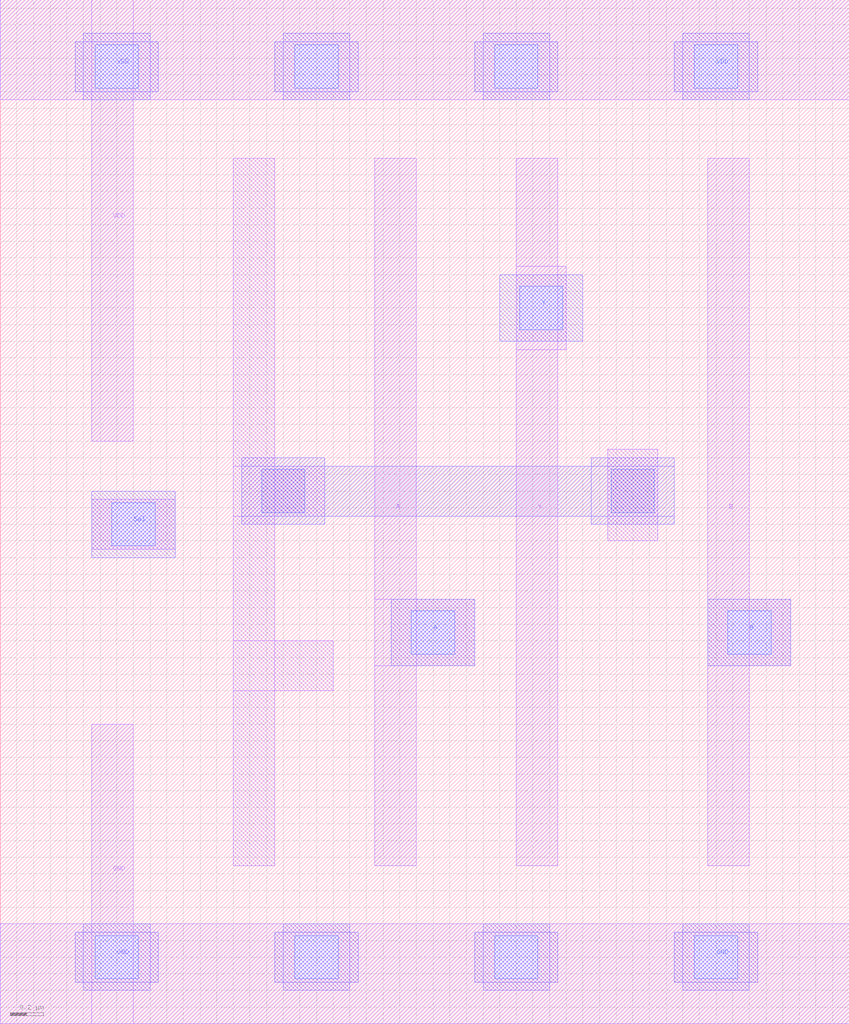
<source format=lef>
VERSION 5.7 ;
BUSBITCHARS "[]" ;
DIVIDERCHAR "/" ;

MACRO gf180mcu_osu_sc_9T_mux2_1
  CLASS CORE ;
  ORIGIN 0 0 ;
  FOREIGN gf180mcu_osu_sc_9T_mux2_1 0 0 ;
  SIZE 5.1 BY 6.15 ;
  SYMMETRY X Y ;
  SITE 9T ;
  PIN A
    DIRECTION INPUT ;
    USE SIGNAL ;
    PORT
      LAYER MET1 ;
        RECT 2.25 2.15 2.85 2.55 ;
        RECT 2.25 0.95 2.5 5.2 ;
      LAYER MET2 ;
        RECT 2.35 2.15 2.85 2.55 ;
      LAYER VIA12 ;
        RECT 2.47 2.22 2.73 2.48 ;
    END
  END A
  PIN B
    DIRECTION INPUT ;
    USE SIGNAL ;
    PORT
      LAYER MET1 ;
        RECT 4.25 2.15 4.75 2.55 ;
        RECT 4.25 0.95 4.5 5.2 ;
      LAYER MET2 ;
        RECT 4.25 2.15 4.75 2.55 ;
      LAYER VIA12 ;
        RECT 4.37 2.22 4.63 2.48 ;
    END
  END B
  PIN GND
    DIRECTION INPUT ;
    USE SIGNAL ;
    PORT
      LAYER MET1 ;
        RECT 0 0 5.1 0.6 ;
        RECT 0.55 0 0.8 1.8 ;
      LAYER MET2 ;
        RECT 4.05 0.25 4.55 0.55 ;
        RECT 4.1 0.2 4.5 0.6 ;
        RECT 2.85 0.25 3.35 0.55 ;
        RECT 2.9 0.2 3.3 0.6 ;
        RECT 1.65 0.25 2.15 0.55 ;
        RECT 1.7 0.2 2.1 0.6 ;
        RECT 0.45 0.25 0.95 0.55 ;
        RECT 0.5 0.2 0.9 0.6 ;
      LAYER VIA12 ;
        RECT 0.57 0.27 0.83 0.53 ;
        RECT 1.77 0.27 2.03 0.53 ;
        RECT 2.97 0.27 3.23 0.53 ;
        RECT 4.17 0.27 4.43 0.53 ;
    END
  END GND
  PIN Sel
    DIRECTION OUTPUT ;
    USE SIGNAL ;
    PORT
      LAYER MET1 ;
        RECT 0.55 2.85 1.05 3.15 ;
      LAYER MET2 ;
        RECT 0.55 2.8 1.05 3.2 ;
      LAYER VIA12 ;
        RECT 0.67 2.87 0.93 3.13 ;
    END
  END Sel
  PIN VDD
    DIRECTION INOUT ;
    USE POWER ;
    SHAPE ABUTMENT ;
    PORT
      LAYER MET1 ;
        RECT 0 5.55 5.1 6.15 ;
        RECT 0.55 3.5 0.8 6.15 ;
      LAYER MET2 ;
        RECT 4.05 5.6 4.55 5.9 ;
        RECT 4.1 5.55 4.5 5.95 ;
        RECT 2.85 5.6 3.35 5.9 ;
        RECT 2.9 5.55 3.3 5.95 ;
        RECT 1.65 5.6 2.15 5.9 ;
        RECT 1.7 5.55 2.1 5.95 ;
        RECT 0.45 5.6 0.95 5.9 ;
        RECT 0.5 5.55 0.9 5.95 ;
      LAYER VIA12 ;
        RECT 0.57 5.62 0.83 5.88 ;
        RECT 1.77 5.62 2.03 5.88 ;
        RECT 2.97 5.62 3.23 5.88 ;
        RECT 4.17 5.62 4.43 5.88 ;
    END
  END VDD
  PIN Y
    DIRECTION OUTPUT ;
    USE SIGNAL ;
    PORT
      LAYER MET1 ;
        RECT 3.1 4.05 3.4 4.55 ;
        RECT 3.1 0.95 3.35 5.2 ;
      LAYER MET2 ;
        RECT 3 4.1 3.5 4.5 ;
      LAYER VIA12 ;
        RECT 3.12 4.17 3.38 4.43 ;
    END
  END Y
  OBS
    LAYER MET2 ;
      RECT 3.55 3 4.05 3.4 ;
      RECT 1.45 3 1.95 3.4 ;
      RECT 1.45 3.05 4.05 3.35 ;
    LAYER VIA12 ;
      RECT 3.67 3.07 3.93 3.33 ;
      RECT 1.57 3.07 1.83 3.33 ;
    LAYER MET1 ;
      RECT 1.4 0.95 1.65 5.2 ;
      RECT 1.4 3.05 1.95 3.35 ;
      RECT 1.4 2 2 2.3 ;
      RECT 3.65 2.9 3.95 3.45 ;
  END
END gf180mcu_osu_sc_9T_mux2_1

</source>
